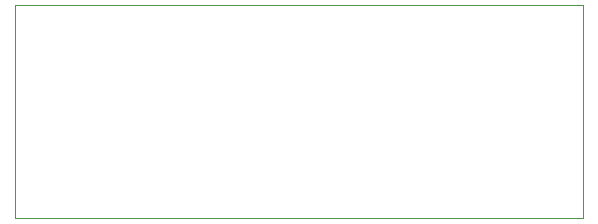
<source format=gbr>
%TF.GenerationSoftware,KiCad,Pcbnew,8.0.0*%
%TF.CreationDate,2024-02-26T11:32:59-08:00*%
%TF.ProjectId,gotek-breakout,676f7465-6b2d-4627-9265-616b6f75742e,rev?*%
%TF.SameCoordinates,Original*%
%TF.FileFunction,Profile,NP*%
%FSLAX46Y46*%
G04 Gerber Fmt 4.6, Leading zero omitted, Abs format (unit mm)*
G04 Created by KiCad (PCBNEW 8.0.0) date 2024-02-26 11:32:59*
%MOMM*%
%LPD*%
G01*
G04 APERTURE LIST*
%TA.AperFunction,Profile*%
%ADD10C,0.100000*%
%TD*%
G04 APERTURE END LIST*
D10*
X45400000Y-98500000D02*
X93500000Y-98500000D01*
X93500000Y-116500000D01*
X45400000Y-116500000D01*
X45400000Y-98500000D01*
M02*

</source>
